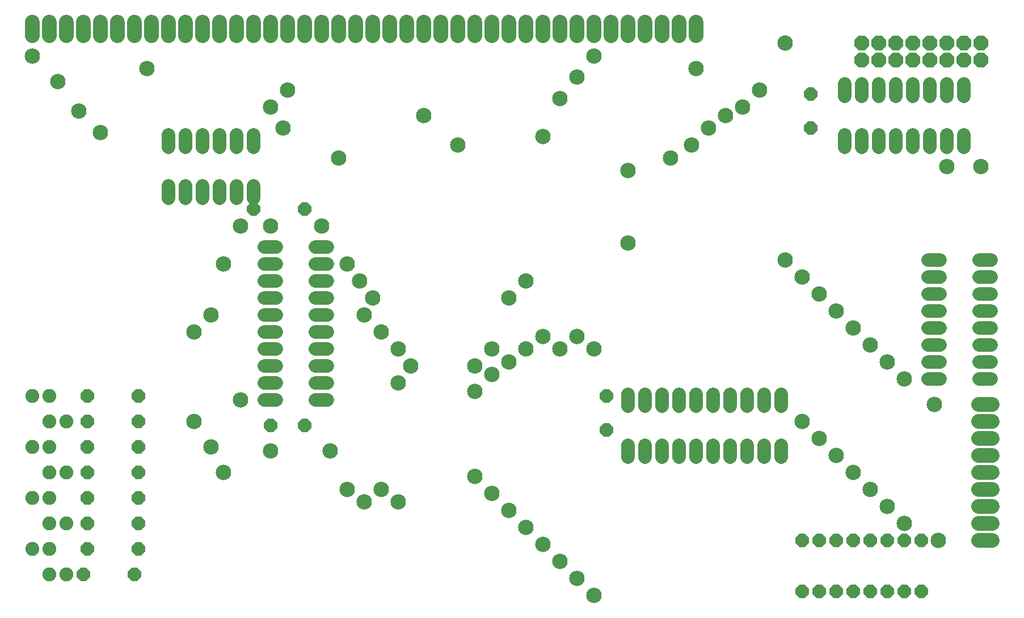
<source format=gbr>
G04 EAGLE Gerber RS-274X export*
G75*
%MOMM*%
%FSLAX34Y34*%
%LPD*%
%INSoldermask Top*%
%IPPOS*%
%AMOC8*
5,1,8,0,0,1.08239X$1,22.5*%
G01*
%ADD10P,2.199416X8X22.500000*%
%ADD11P,2.199416X8X292.500000*%
%ADD12C,2.032000*%
%ADD13C,2.082800*%
%ADD14C,2.235200*%
%ADD15P,2.419358X8X22.500000*%
%ADD16P,2.199416X8X202.500000*%
%ADD17P,2.199416X8X112.500000*%
%ADD18C,2.303200*%


D10*
X381000Y273050D03*
X431800Y273050D03*
D11*
X882650Y317500D03*
X882650Y266700D03*
X1187450Y768350D03*
X1187450Y717550D03*
D12*
X228600Y631444D02*
X228600Y613156D01*
X228600Y689356D02*
X228600Y707644D01*
D13*
X76200Y203200D03*
X50800Y203200D03*
X50800Y165100D03*
X25400Y165100D03*
X76200Y127000D03*
X50800Y127000D03*
X50800Y88900D03*
X25400Y88900D03*
X76200Y50800D03*
X50800Y50800D03*
D12*
X254000Y613156D02*
X254000Y631444D01*
X254000Y689356D02*
X254000Y707644D01*
X279400Y631444D02*
X279400Y613156D01*
X279400Y689356D02*
X279400Y707644D01*
X304800Y631444D02*
X304800Y613156D01*
X304800Y689356D02*
X304800Y707644D01*
X330200Y631444D02*
X330200Y613156D01*
X330200Y689356D02*
X330200Y707644D01*
X355600Y631444D02*
X355600Y613156D01*
X355600Y689356D02*
X355600Y707644D01*
D13*
X50800Y317500D03*
X25400Y317500D03*
X76200Y279400D03*
X50800Y279400D03*
X50800Y241300D03*
X25400Y241300D03*
D12*
X1238250Y689356D02*
X1238250Y707644D01*
X1263650Y707644D02*
X1263650Y689356D01*
X1390650Y689356D02*
X1390650Y707644D01*
X1416050Y707644D02*
X1416050Y689356D01*
X1289050Y689356D02*
X1289050Y707644D01*
X1314450Y707644D02*
X1314450Y689356D01*
X1365250Y689356D02*
X1365250Y707644D01*
X1339850Y707644D02*
X1339850Y689356D01*
X1416050Y765556D02*
X1416050Y783844D01*
X1390650Y783844D02*
X1390650Y765556D01*
X1365250Y765556D02*
X1365250Y783844D01*
X1339850Y783844D02*
X1339850Y765556D01*
X1314450Y765556D02*
X1314450Y783844D01*
X1289050Y783844D02*
X1289050Y765556D01*
X1263650Y765556D02*
X1263650Y783844D01*
X1238250Y783844D02*
X1238250Y765556D01*
X914400Y244094D02*
X914400Y225806D01*
X939800Y225806D02*
X939800Y244094D01*
X1066800Y244094D02*
X1066800Y225806D01*
X1092200Y225806D02*
X1092200Y244094D01*
X965200Y244094D02*
X965200Y225806D01*
X990600Y225806D02*
X990600Y244094D01*
X1041400Y244094D02*
X1041400Y225806D01*
X1016000Y225806D02*
X1016000Y244094D01*
X1117600Y244094D02*
X1117600Y225806D01*
X1143000Y225806D02*
X1143000Y244094D01*
X1143000Y302006D02*
X1143000Y320294D01*
X1117600Y320294D02*
X1117600Y302006D01*
X1092200Y302006D02*
X1092200Y320294D01*
X1066800Y320294D02*
X1066800Y302006D01*
X1041400Y302006D02*
X1041400Y320294D01*
X1016000Y320294D02*
X1016000Y302006D01*
X990600Y302006D02*
X990600Y320294D01*
X965200Y320294D02*
X965200Y302006D01*
X939800Y302006D02*
X939800Y320294D01*
X914400Y320294D02*
X914400Y302006D01*
X466344Y311150D02*
X448056Y311150D01*
X448056Y336550D02*
X466344Y336550D01*
X466344Y463550D02*
X448056Y463550D01*
X448056Y488950D02*
X466344Y488950D01*
X466344Y361950D02*
X448056Y361950D01*
X448056Y387350D02*
X466344Y387350D01*
X466344Y438150D02*
X448056Y438150D01*
X448056Y412750D02*
X466344Y412750D01*
X466344Y514350D02*
X448056Y514350D01*
X448056Y539750D02*
X466344Y539750D01*
X390144Y539750D02*
X371856Y539750D01*
X371856Y514350D02*
X390144Y514350D01*
X390144Y488950D02*
X371856Y488950D01*
X371856Y463550D02*
X390144Y463550D01*
X390144Y438150D02*
X371856Y438150D01*
X371856Y412750D02*
X390144Y412750D01*
X390144Y387350D02*
X371856Y387350D01*
X371856Y361950D02*
X390144Y361950D01*
X390144Y336550D02*
X371856Y336550D01*
X371856Y311150D02*
X390144Y311150D01*
D14*
X25400Y855980D02*
X25400Y876300D01*
X50800Y876300D02*
X50800Y855980D01*
X76200Y855980D02*
X76200Y876300D01*
X101600Y876300D02*
X101600Y855980D01*
X127000Y855980D02*
X127000Y876300D01*
X152400Y876300D02*
X152400Y855980D01*
X177800Y855980D02*
X177800Y876300D01*
X203200Y876300D02*
X203200Y855980D01*
X228600Y855980D02*
X228600Y876300D01*
X254000Y876300D02*
X254000Y855980D01*
X279400Y855980D02*
X279400Y876300D01*
X304800Y876300D02*
X304800Y855980D01*
X330200Y855980D02*
X330200Y876300D01*
X355600Y876300D02*
X355600Y855980D01*
X381000Y855980D02*
X381000Y876300D01*
X406400Y876300D02*
X406400Y855980D01*
X431800Y855980D02*
X431800Y876300D01*
X457200Y876300D02*
X457200Y855980D01*
X482600Y855980D02*
X482600Y876300D01*
X508000Y876300D02*
X508000Y855980D01*
X533400Y855980D02*
X533400Y876300D01*
X558800Y876300D02*
X558800Y855980D01*
X584200Y855980D02*
X584200Y876300D01*
X609600Y876300D02*
X609600Y855980D01*
X635000Y855980D02*
X635000Y876300D01*
X660400Y876300D02*
X660400Y855980D01*
X685800Y855980D02*
X685800Y876300D01*
X711200Y876300D02*
X711200Y855980D01*
X736600Y855980D02*
X736600Y876300D01*
X762000Y876300D02*
X762000Y855980D01*
X787400Y855980D02*
X787400Y876300D01*
X812800Y876300D02*
X812800Y855980D01*
X838200Y855980D02*
X838200Y876300D01*
X863600Y876300D02*
X863600Y855980D01*
X889000Y855980D02*
X889000Y876300D01*
X914400Y876300D02*
X914400Y855980D01*
X939800Y855980D02*
X939800Y876300D01*
X965200Y876300D02*
X965200Y855980D01*
X990600Y855980D02*
X990600Y876300D01*
X1016000Y876300D02*
X1016000Y855980D01*
D15*
X1263650Y819150D03*
X1263650Y844550D03*
X1289050Y819150D03*
X1289050Y844550D03*
X1314450Y819150D03*
X1314450Y844550D03*
X1339850Y819150D03*
X1339850Y844550D03*
X1365250Y819150D03*
X1365250Y844550D03*
X1390650Y819150D03*
X1390650Y844550D03*
X1416050Y819150D03*
X1416050Y844550D03*
X1441450Y819150D03*
X1441450Y844550D03*
D14*
X1437640Y101600D02*
X1457960Y101600D01*
X1457960Y127000D02*
X1437640Y127000D01*
X1437640Y152400D02*
X1457960Y152400D01*
X1457960Y177800D02*
X1437640Y177800D01*
X1437640Y203200D02*
X1457960Y203200D01*
X1457960Y228600D02*
X1437640Y228600D01*
X1437640Y254000D02*
X1457960Y254000D01*
X1457960Y279400D02*
X1437640Y279400D01*
X1437640Y304800D02*
X1457960Y304800D01*
D16*
X431800Y596900D03*
X355600Y596900D03*
D17*
X1352550Y25400D03*
X1352550Y101600D03*
X1327150Y25400D03*
X1327150Y101600D03*
X1301750Y25400D03*
X1301750Y101600D03*
X1276350Y25400D03*
X1276350Y101600D03*
X1250950Y25400D03*
X1250950Y101600D03*
X1225550Y25400D03*
X1225550Y101600D03*
X1200150Y25400D03*
X1200150Y101600D03*
X1174750Y25400D03*
X1174750Y101600D03*
D16*
X177800Y50800D03*
X101600Y50800D03*
X184150Y88900D03*
X107950Y88900D03*
X184150Y127000D03*
X107950Y127000D03*
X184150Y165100D03*
X107950Y165100D03*
X184150Y203200D03*
X107950Y203200D03*
X184150Y241300D03*
X107950Y241300D03*
X184150Y279400D03*
X107950Y279400D03*
X184150Y317500D03*
X107950Y317500D03*
D12*
X1362456Y520700D02*
X1380744Y520700D01*
X1380744Y495300D02*
X1362456Y495300D01*
X1362456Y368300D02*
X1380744Y368300D01*
X1380744Y342900D02*
X1362456Y342900D01*
X1362456Y469900D02*
X1380744Y469900D01*
X1380744Y444500D02*
X1362456Y444500D01*
X1362456Y393700D02*
X1380744Y393700D01*
X1380744Y419100D02*
X1362456Y419100D01*
X1438656Y342900D02*
X1456944Y342900D01*
X1456944Y368300D02*
X1438656Y368300D01*
X1438656Y393700D02*
X1456944Y393700D01*
X1456944Y419100D02*
X1438656Y419100D01*
X1438656Y444500D02*
X1456944Y444500D01*
X1456944Y469900D02*
X1438656Y469900D01*
X1438656Y495300D02*
X1456944Y495300D01*
X1456944Y520700D02*
X1438656Y520700D01*
D18*
X457200Y571500D03*
X336550Y571500D03*
X336550Y311150D03*
X469900Y234950D03*
X381000Y234950D03*
X381000Y571500D03*
X914400Y546100D03*
X914400Y654050D03*
X381000Y749300D03*
X1085850Y749300D03*
X1111250Y774700D03*
X406400Y774700D03*
X609600Y736600D03*
X1060450Y736600D03*
X660400Y692150D03*
X1009650Y692150D03*
X685800Y196850D03*
X685800Y323850D03*
X590550Y361950D03*
X685800Y361950D03*
X711200Y349250D03*
X711200Y171450D03*
X571500Y387350D03*
X711200Y387350D03*
X736600Y146050D03*
X736600Y368300D03*
X533400Y463550D03*
X736600Y463550D03*
X762000Y387350D03*
X762000Y120650D03*
X514350Y488950D03*
X762000Y488950D03*
X787400Y406400D03*
X787400Y95250D03*
X787400Y704850D03*
X127000Y711200D03*
X812800Y387350D03*
X812800Y69850D03*
X812800Y762000D03*
X95250Y742950D03*
X838200Y406400D03*
X838200Y44450D03*
X838200Y793750D03*
X63500Y787400D03*
X863600Y19050D03*
X863600Y825500D03*
X25400Y825500D03*
X863600Y387350D03*
X482600Y673100D03*
X977900Y673100D03*
X400050Y717550D03*
X1035050Y717550D03*
X1441450Y660400D03*
X1390650Y660400D03*
X1149350Y520700D03*
X1149350Y844550D03*
X1016000Y806450D03*
X196850Y806450D03*
X571500Y158750D03*
X571500Y336550D03*
X546100Y177800D03*
X546100Y412750D03*
X520700Y158750D03*
X520700Y438150D03*
X495300Y177800D03*
X495300Y514350D03*
X311150Y203200D03*
X311150Y514350D03*
X292100Y241300D03*
X292100Y438150D03*
X266700Y279400D03*
X266700Y412750D03*
X1371600Y304800D03*
X1377950Y101600D03*
X1327150Y342900D03*
X1327150Y127000D03*
X1301750Y368300D03*
X1301750Y152400D03*
X1276350Y393700D03*
X1276350Y177800D03*
X1250950Y419100D03*
X1250950Y203200D03*
X1225550Y444500D03*
X1225550Y228600D03*
X1200150Y469900D03*
X1200150Y254000D03*
X1174750Y495300D03*
X1174750Y279400D03*
M02*

</source>
